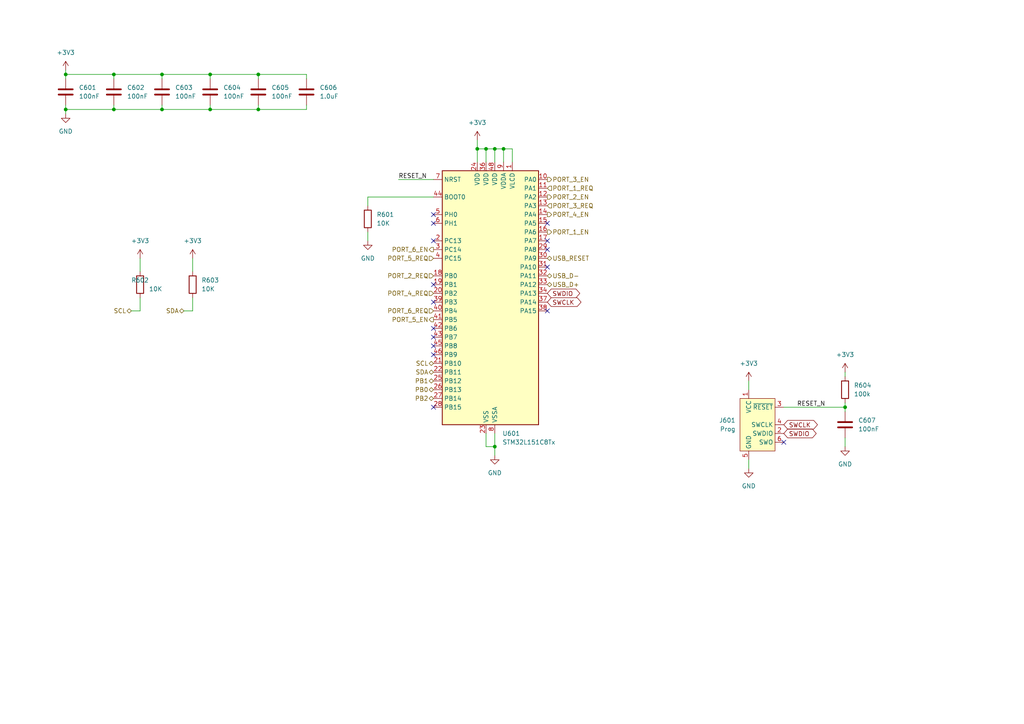
<source format=kicad_sch>
(kicad_sch (version 20230121) (generator eeschema)
  (paper "A4")
  (title_block (title "Switchable USB Hub") (date "${date}") (rev "${version}") (company "Fabian Pflug"))
  (lib_symbols
    (symbol "Connector:Conn_ARM_SWD_TagConnect_TC2030-NL" (in_bom no)
      (property "Reference" "J" (at 2.54 11.43 0))
      (property "Value" "Conn_ARM_SWD_TagConnect_TC2030-NL" (at 2.54 8.89 0))
      (symbol "Conn_ARM_SWD_TagConnect_TC2030-NL_0_0"
        (pin power_in line (at -2.54 10.16 270) (length 2.54) (name "VCC") (number "1"))
        (pin bidirectional line (at 7.62 -2.54 180) (length 2.54) (name "SWDIO") (number "2"))
        (pin open_collector line (at 7.62 5.08 180) (length 2.54) (name "~{RESET}") (number "3"))
        (pin output line (at 7.62 0 180) (length 2.54) (name "SWCLK") (number "4"))
        (pin power_in line (at -2.54 -10.16 90) (length 2.54) (name "GND") (number "5"))
        (pin input line (at 7.62 -5.08 180) (length 2.54) (name "SWO") (number "6"))
      )
      (symbol "Conn_ARM_SWD_TagConnect_TC2030-NL_0_1"
        (rectangle (start -5.08 7.62) (end 5.08 -7.62) (fill (type background)))
      )
    )
    (symbol "Device:C" (pin_numbers hide) (pin_names (offset 0.254))
      (property "Reference" "C" (at 0.635 2.54 0))
      (property "Value" "C" (at 0.635 -2.54 0))
      (symbol "C_0_1"
        (polyline (pts (xy -2.032 -0.762) (xy 2.032 -0.762)) (stroke (width 0.508)))
        (polyline (pts (xy -2.032 0.762) (xy 2.032 0.762)) (stroke (width 0.508)))
      )
      (symbol "C_1_1"
        (pin passive line (at 0 3.81 270) (length 2.794) (name "~") (number "1"))
        (pin passive line (at 0 -3.81 90) (length 2.794) (name "~") (number "2"))
      )
    )
    (symbol "Device:R" (pin_numbers hide) (pin_names (offset 0))
      (property "Reference" "R" (at 2.032 0 90))
      (property "Value" "R" (at 0 0 90))
      (symbol "R_0_1"
        (rectangle (start -1.016 -2.54) (end 1.016 2.54) (stroke (width 0.254)))
      )
      (symbol "R_1_1"
        (pin passive line (at 0 3.81 270) (length 1.27) (name "~") (number "1"))
        (pin passive line (at 0 -3.81 90) (length 1.27) (name "~") (number "2"))
      )
    )
    (symbol "MCU_ST_STM32L1:STM32L151C8Tx"
      (property "Reference" "U" (at -12.7 39.37 0))
      (property "Value" "STM32L151C8Tx" (at 10.16 39.37 0))
      (symbol "STM32L151C8Tx_0_1"
        (rectangle (start -12.7 -35.56) (end 15.24 38.1) (stroke (width 0.254)) (fill (type background)))
      )
      (symbol "STM32L151C8Tx_1_1"
        (pin power_in line (at 7.62 40.64 270) (length 2.54) (name "VLCD") (number "1"))
        (pin bidirectional line (at 17.78 35.56 180) (length 2.54) (name "PA0") (number "10"))
        (pin bidirectional line (at 17.78 33.02 180) (length 2.54) (name "PA1") (number "11"))
        (pin bidirectional line (at 17.78 30.48 180) (length 2.54) (name "PA2") (number "12"))
        (pin bidirectional line (at 17.78 27.94 180) (length 2.54) (name "PA3") (number "13"))
        (pin bidirectional line (at 17.78 25.4 180) (length 2.54) (name "PA4") (number "14"))
        (pin bidirectional line (at 17.78 22.86 180) (length 2.54) (name "PA5") (number "15"))
        (pin bidirectional line (at 17.78 20.32 180) (length 2.54) (name "PA6") (number "16"))
        (pin bidirectional line (at 17.78 17.78 180) (length 2.54) (name "PA7") (number "17"))
        (pin bidirectional line (at -15.24 7.62 0) (length 2.54) (name "PB0") (number "18"))
        (pin bidirectional line (at -15.24 5.08 0) (length 2.54) (name "PB1") (number "19"))
        (pin bidirectional line (at -15.24 17.78 0) (length 2.54) (name "PC13") (number "2"))
        (pin bidirectional line (at -15.24 2.54 0) (length 2.54) (name "PB2") (number "20"))
        (pin bidirectional line (at -15.24 -17.78 0) (length 2.54) (name "PB10") (number "21"))
        (pin bidirectional line (at -15.24 -20.32 0) (length 2.54) (name "PB11") (number "22"))
        (pin power_in line (at 0 -38.1 90) (length 2.54) (name "VSS") (number "23"))
        (pin power_in line (at -2.54 40.64 270) (length 2.54) (name "VDD") (number "24"))
        (pin bidirectional line (at -15.24 -22.86 0) (length 2.54) (name "PB12") (number "25"))
        (pin bidirectional line (at -15.24 -25.4 0) (length 2.54) (name "PB13") (number "26"))
        (pin bidirectional line (at -15.24 -27.94 0) (length 2.54) (name "PB14") (number "27"))
        (pin bidirectional line (at -15.24 -30.48 0) (length 2.54) (name "PB15") (number "28"))
        (pin bidirectional line (at 17.78 15.24 180) (length 2.54) (name "PA8") (number "29"))
        (pin bidirectional line (at -15.24 15.24 0) (length 2.54) (name "PC14") (number "3"))
        (pin bidirectional line (at 17.78 12.7 180) (length 2.54) (name "PA9") (number "30"))
        (pin bidirectional line (at 17.78 10.16 180) (length 2.54) (name "PA10") (number "31"))
        (pin bidirectional line (at 17.78 7.62 180) (length 2.54) (name "PA11") (number "32"))
        (pin bidirectional line (at 17.78 5.08 180) (length 2.54) (name "PA12") (number "33"))
        (pin bidirectional line (at 17.78 2.54 180) (length 2.54) (name "PA13") (number "34"))
        (pin passive line (at 0 -38.1 90) (length 2.54) hide (name "VSS") (number "35"))
        (pin power_in line (at 0 40.64 270) (length 2.54) (name "VDD") (number "36"))
        (pin bidirectional line (at 17.78 0 180) (length 2.54) (name "PA14") (number "37"))
        (pin bidirectional line (at 17.78 -2.54 180) (length 2.54) (name "PA15") (number "38"))
        (pin bidirectional line (at -15.24 0 0) (length 2.54) (name "PB3") (number "39"))
        (pin bidirectional line (at -15.24 12.7 0) (length 2.54) (name "PC15") (number "4"))
        (pin bidirectional line (at -15.24 -2.54 0) (length 2.54) (name "PB4") (number "40"))
        (pin bidirectional line (at -15.24 -5.08 0) (length 2.54) (name "PB5") (number "41"))
        (pin bidirectional line (at -15.24 -7.62 0) (length 2.54) (name "PB6") (number "42"))
        (pin bidirectional line (at -15.24 -10.16 0) (length 2.54) (name "PB7") (number "43"))
        (pin input line (at -15.24 30.48 0) (length 2.54) (name "BOOT0") (number "44"))
        (pin bidirectional line (at -15.24 -12.7 0) (length 2.54) (name "PB8") (number "45"))
        (pin bidirectional line (at -15.24 -15.24 0) (length 2.54) (name "PB9") (number "46"))
        (pin passive line (at 0 -38.1 90) (length 2.54) hide (name "VSS") (number "47"))
        (pin power_in line (at 2.54 40.64 270) (length 2.54) (name "VDD") (number "48"))
        (pin bidirectional line (at -15.24 25.4 0) (length 2.54) (name "PH0") (number "5"))
        (pin bidirectional line (at -15.24 22.86 0) (length 2.54) (name "PH1") (number "6"))
        (pin input line (at -15.24 35.56 0) (length 2.54) (name "NRST") (number "7"))
        (pin power_in line (at 2.54 -38.1 90) (length 2.54) (name "VSSA") (number "8"))
        (pin power_in line (at 5.08 40.64 270) (length 2.54) (name "VDDA") (number "9"))
      )
    )
    (symbol "power:+3V3" (power) (pin_names (offset 0))
      (property "Value" "+3V3" (at 0 3.556 0))
      (symbol "+3V3_0_1"
        (polyline (pts (xy -0.762 1.27) (xy 0 2.54)))
        (polyline (pts (xy 0 0) (xy 0 2.54)))
        (polyline (pts (xy 0 2.54) (xy 0.762 1.27)))
      )
      (symbol "+3V3_1_1"
        (pin power_in line (at 0 0 90) (length 0) hide (name "+3V3") (number "1"))
      )
    )
    (symbol "power:GND" (power) (pin_names (offset 0))
      (property "Value" "GND" (at 0 -3.81 0))
      (symbol "GND_0_1"
        (polyline (pts (xy 0 0) (xy 0 -1.27) (xy 1.27 -1.27) (xy 0 -2.54) (xy -1.27 -1.27) (xy 0 -1.27)))
      )
      (symbol "GND_1_1"
        (pin power_in line (at 0 0 270) (length 0) hide (name "GND") (number "1"))
      )
    )
  )
  (junction (at 138.43 43.18))
  (junction (at 146.05 43.18))
  (junction (at 74.93 21.59))
  (junction (at 46.99 31.75))
  (junction (at 74.93 31.75))
  (junction (at 33.02 21.59))
  (junction (at 143.51 129.54))
  (junction (at 19.05 21.59))
  (junction (at 140.97 43.18))
  (junction (at 60.96 21.59))
  (junction (at 143.51 43.18))
  (junction (at 46.99 21.59))
  (junction (at 245.11 118.11))
  (junction (at 33.02 31.75))
  (junction (at 19.05 31.75))
  (junction (at 60.96 31.75))
  (no_connect (at 125.73 95.25))
  (no_connect (at 125.73 102.87))
  (no_connect (at 158.75 64.77))
  (no_connect (at 125.73 64.77))
  (no_connect (at 125.73 62.23))
  (no_connect (at 125.73 82.55))
  (no_connect (at 125.73 87.63))
  (no_connect (at 125.73 97.79))
  (no_connect (at 125.73 69.85))
  (no_connect (at 158.75 69.85))
  (no_connect (at 227.33 128.27))
  (no_connect (at 125.73 118.11))
  (no_connect (at 158.75 77.47))
  (no_connect (at 125.73 100.33))
  (no_connect (at 158.75 90.17))
  (no_connect (at 158.75 72.39))
  (wire (pts (xy 74.93 22.86) (xy 74.93 21.59)))
  (wire (pts (xy 140.97 43.18) (xy 138.43 43.18)))
  (wire (pts (xy 55.88 74.93) (xy 55.88 78.74)))
  (wire (pts (xy 60.96 21.59) (xy 46.99 21.59)))
  (wire (pts (xy 88.9 22.86) (xy 88.9 21.59)))
  (wire (pts (xy 19.05 21.59) (xy 19.05 22.86)))
  (wire (pts (xy 148.59 46.99) (xy 148.59 43.18)))
  (wire (pts (xy 217.17 133.35) (xy 217.17 135.89)))
  (wire (pts (xy 88.9 30.48) (xy 88.9 31.75)))
  (wire (pts (xy 33.02 30.48) (xy 33.02 31.75)))
  (wire (pts (xy 245.11 118.11) (xy 245.11 119.38)))
  (wire (pts (xy 46.99 22.86) (xy 46.99 21.59)))
  (wire (pts (xy 40.64 74.93) (xy 40.64 78.74)))
  (wire (pts (xy 217.17 110.49) (xy 217.17 113.03)))
  (wire (pts (xy 40.64 90.17) (xy 38.1 90.17)))
  (wire (pts (xy 33.02 22.86) (xy 33.02 21.59)))
  (wire (pts (xy 33.02 21.59) (xy 19.05 21.59)))
  (wire (pts (xy 19.05 30.48) (xy 19.05 31.75)))
  (wire (pts (xy 60.96 22.86) (xy 60.96 21.59)))
  (wire (pts (xy 146.05 43.18) (xy 143.51 43.18)))
  (wire (pts (xy 74.93 30.48) (xy 74.93 31.75)))
  (wire (pts (xy 140.97 125.73) (xy 140.97 129.54)))
  (wire (pts (xy 138.43 43.18) (xy 138.43 46.99)))
  (wire (pts (xy 245.11 107.95) (xy 245.11 109.22)))
  (wire (pts (xy 143.51 129.54) (xy 143.51 132.08)))
  (wire (pts (xy 106.68 57.15) (xy 106.68 59.69)))
  (wire (pts (xy 74.93 31.75) (xy 60.96 31.75)))
  (wire (pts (xy 143.51 46.99) (xy 143.51 43.18)))
  (wire (pts (xy 146.05 46.99) (xy 146.05 43.18)))
  (wire (pts (xy 140.97 46.99) (xy 140.97 43.18)))
  (wire (pts (xy 245.11 116.84) (xy 245.11 118.11)))
  (wire (pts (xy 55.88 86.36) (xy 55.88 90.17)))
  (wire (pts (xy 60.96 31.75) (xy 46.99 31.75)))
  (wire (pts (xy 46.99 31.75) (xy 33.02 31.75)))
  (wire (pts (xy 227.33 118.11) (xy 245.11 118.11)))
  (wire (pts (xy 33.02 21.59) (xy 46.99 21.59)))
  (wire (pts (xy 143.51 125.73) (xy 143.51 129.54)))
  (wire (pts (xy 88.9 31.75) (xy 74.93 31.75)))
  (wire (pts (xy 88.9 21.59) (xy 74.93 21.59)))
  (wire (pts (xy 148.59 43.18) (xy 146.05 43.18)))
  (wire (pts (xy 19.05 20.32) (xy 19.05 21.59)))
  (wire (pts (xy 46.99 30.48) (xy 46.99 31.75)))
  (wire (pts (xy 245.11 127) (xy 245.11 129.54)))
  (wire (pts (xy 115.57 52.07) (xy 125.73 52.07)))
  (wire (pts (xy 106.68 67.31) (xy 106.68 69.85)))
  (wire (pts (xy 125.73 57.15) (xy 106.68 57.15)))
  (wire (pts (xy 19.05 31.75) (xy 19.05 33.02)))
  (wire (pts (xy 143.51 43.18) (xy 140.97 43.18)))
  (wire (pts (xy 140.97 129.54) (xy 143.51 129.54)))
  (wire (pts (xy 138.43 40.64) (xy 138.43 43.18)))
  (wire (pts (xy 60.96 30.48) (xy 60.96 31.75)))
  (wire (pts (xy 40.64 86.36) (xy 40.64 90.17)))
  (wire (pts (xy 33.02 31.75) (xy 19.05 31.75)))
  (wire (pts (xy 55.88 90.17) (xy 53.34 90.17)))
  (wire (pts (xy 74.93 21.59) (xy 60.96 21.59)))
  (label "RESET_N" (at 115.57 52.07 0))
  (label "RESET_N" (at 231.14 118.11 0))
  (global_label "SWDIO" (shape bidirectional) (at 158.75 85.09 0) (property "Intersheetrefs" "${INTERSHEET_REFS}" (effects hide)))
  (global_label "SWCLK" (shape bidirectional) (at 227.33 123.19 0) (property "Intersheetrefs" "${INTERSHEET_REFS}" (effects hide)))
  (global_label "SWCLK" (shape bidirectional) (at 158.75 87.63 0) (property "Intersheetrefs" "${INTERSHEET_REFS}" (effects hide)))
  (global_label "SWDIO" (shape bidirectional) (at 227.33 125.73 0) (property "Intersheetrefs" "${INTERSHEET_REFS}" (effects hide)))
  (hierarchical_label "SDA" (shape bidirectional) (at 125.73 107.95 180))
  (hierarchical_label "PB2" (shape bidirectional) (at 125.73 115.57 180))
  (hierarchical_label "PORT_6_REQ" (shape input) (at 125.73 90.17 180))
  (hierarchical_label "PORT_4_REQ" (shape input) (at 125.73 85.09 180))
  (hierarchical_label "PORT_5_EN" (shape output) (at 125.73 92.71 180))
  (hierarchical_label "SDA" (shape bidirectional) (at 53.34 90.17 180))
  (hierarchical_label "PORT_3_REQ" (shape input) (at 158.75 59.69 0))
  (hierarchical_label "USB_D+" (shape bidirectional) (at 158.75 82.55 0))
  (hierarchical_label "PORT_1_REQ" (shape input) (at 158.75 54.61 0))
  (hierarchical_label "PORT_5_REQ" (shape input) (at 125.73 74.93 180))
  (hierarchical_label "PB1" (shape bidirectional) (at 125.73 110.49 180))
  (hierarchical_label "SCL" (shape bidirectional) (at 38.1 90.17 180))
  (hierarchical_label "PORT_3_EN" (shape output) (at 158.75 52.07 0))
  (hierarchical_label "PB0" (shape bidirectional) (at 125.73 113.03 180))
  (hierarchical_label "SCL" (shape bidirectional) (at 125.73 105.41 180))
  (hierarchical_label "USB_D-" (shape bidirectional) (at 158.75 80.01 0))
  (hierarchical_label "PORT_2_REQ" (shape input) (at 125.73 80.01 180))
  (hierarchical_label "PORT_6_EN" (shape output) (at 125.73 72.39 180))
  (hierarchical_label "USB_RESET" (shape bidirectional) (at 158.75 74.93 0))
  (hierarchical_label "PORT_2_EN" (shape output) (at 158.75 57.15 0))
  (hierarchical_label "PORT_4_EN" (shape output) (at 158.75 62.23 0))
  (hierarchical_label "PORT_1_EN" (shape output) (at 158.75 67.31 0))
  (symbol (lib_id "power:+3V3") (at 19.05 20.32 0) (unit 1)
    (property "Reference" "#PWR0601" (effects hide))
    (property "Value" "+3V3" (at 19.05 15.24 0))
  )
  (symbol (lib_id "Device:C") (at 88.9 26.67 0) (unit 1)
    (property "Reference" "C606" (at 92.71 25.4 0) (effects (justify left)))
    (property "Value" "1.0uF" (at 92.71 27.94 0) (effects (justify left)))
    (property "Footprint" "Capacitor_SMD:C_0603_1608Metric" (effects hide))
    (property "LCSC#" "C15849" (effects hide))
  )
  (symbol (lib_id "Device:R") (at 40.64 82.55 0) (unit 1)
    (property "Reference" "R602" (at 43.18 81.28 0) (effects (justify right)))
    (property "Value" "10K" (at 43.18 83.82 0) (effects (justify left)))
    (property "Footprint" "Resistor_SMD:R_0402_1005Metric" (effects hide))
    (property "LCSC#" "C25744" (effects hide))
    (property "MPN" "10k" (effects hide))
  )
  (symbol (lib_id "power:+3V3") (at 245.11 107.95 0) (unit 1)
    (property "Reference" "#PWR0607" (effects hide))
    (property "Value" "+3V3" (at 245.11 102.87 0))
  )
  (symbol (lib_id "power:+3V3") (at 55.88 74.93 0) (unit 1)
    (property "Reference" "#PWR0606" (effects hide))
    (property "Value" "+3V3" (at 55.88 69.85 0))
  )
  (symbol (lib_id "power:GND") (at 217.17 135.89 0) (unit 1)
    (property "Reference" "#PWR0611" (effects hide))
    (property "Value" "GND" (at 217.17 140.97 0))
  )
  (symbol (lib_id "Device:C") (at 74.93 26.67 0) (unit 1)
    (property "Reference" "C605" (at 78.74 25.4 0) (effects (justify left)))
    (property "Value" "100nF" (at 78.74 27.94 0) (effects (justify left)))
    (property "Footprint" "Capacitor_SMD:C_0402_1005Metric" (effects hide))
    (property "LCSC#" "C307331" (effects hide))
  )
  (symbol (lib_id "power:GND") (at 106.68 69.85 0) (unit 1)
    (property "Reference" "#PWR0604" (effects hide))
    (property "Value" "GND" (at 106.68 74.93 0))
  )
  (symbol (lib_id "Device:C") (at 33.02 26.67 0) (unit 1)
    (property "Reference" "C602" (at 36.83 25.4 0) (effects (justify left)))
    (property "Value" "100nF" (at 36.83 27.94 0) (effects (justify left)))
    (property "Footprint" "Capacitor_SMD:C_0402_1005Metric" (effects hide))
    (property "LCSC#" "C307331" (effects hide))
  )
  (symbol (lib_id "Device:C") (at 46.99 26.67 0) (unit 1)
    (property "Reference" "C603" (at 50.8 25.4 0) (effects (justify left)))
    (property "Value" "100nF" (at 50.8 27.94 0) (effects (justify left)))
    (property "Footprint" "Capacitor_SMD:C_0402_1005Metric" (effects hide))
    (property "LCSC#" "C307331" (effects hide))
  )
  (symbol (lib_id "power:GND") (at 19.05 33.02 0) (unit 1)
    (property "Reference" "#PWR0602" (effects hide))
    (property "Value" "GND" (at 19.05 38.1 0))
  )
  (symbol (lib_id "power:GND") (at 245.11 129.54 0) (unit 1)
    (property "Reference" "#PWR0609" (effects hide))
    (property "Value" "GND" (at 245.11 134.62 0))
  )
  (symbol (lib_id "MCU_ST_STM32L1:STM32L151C8Tx") (at 140.97 87.63 0) (unit 1)
    (property "Reference" "U601" (at 145.7041 125.73 0) (effects (justify left)))
    (property "Value" "STM32L151C8Tx" (at 145.7041 128.27 0) (effects (justify left)))
    (property "Footprint" "Package_QFP:LQFP-48_7x7mm_P0.5mm" (effects hide))
    (property "Datasheet" "https://www.st.com/resource/en/datasheet/stm32l151c8.pdf" (effects hide))
    (property "LCSC#" "C9861" (effects hide))
    (property "MPN" "STM32L151C8T6" (effects hide))
  )
  (symbol (lib_id "power:+3V3") (at 138.43 40.64 0) (unit 1)
    (property "Reference" "#PWR0603" (effects hide))
    (property "Value" "+3V3" (at 138.43 35.56 0))
  )
  (symbol (lib_id "power:+3V3") (at 40.64 74.93 0) (unit 1)
    (property "Reference" "#PWR0605" (effects hide))
    (property "Value" "+3V3" (at 40.64 69.85 0))
  )
  (symbol (lib_id "Device:C") (at 19.05 26.67 0) (unit 1)
    (property "Reference" "C601" (at 22.86 25.4 0) (effects (justify left)))
    (property "Value" "100nF" (at 22.86 27.94 0) (effects (justify left)))
    (property "Footprint" "Capacitor_SMD:C_0402_1005Metric" (effects hide))
    (property "LCSC#" "C307331" (effects hide))
  )
  (symbol (lib_id "power:+3V3") (at 217.17 110.49 0) (unit 1)
    (property "Reference" "#PWR0608" (effects hide))
    (property "Value" "+3V3" (at 217.17 105.41 0))
  )
  (symbol (lib_id "Device:C") (at 60.96 26.67 0) (unit 1)
    (property "Reference" "C604" (at 64.77 25.4 0) (effects (justify left)))
    (property "Value" "100nF" (at 64.77 27.94 0) (effects (justify left)))
    (property "Footprint" "Capacitor_SMD:C_0402_1005Metric" (effects hide))
    (property "LCSC#" "C307331" (effects hide))
  )
  (symbol (lib_id "Device:R") (at 245.11 113.03 0) (unit 1)
    (property "Reference" "R604" (at 247.65 111.76 0) (effects (justify left)))
    (property "Value" "100k" (at 247.65 114.3 0) (effects (justify left)))
    (property "Footprint" "Resistor_SMD:R_0402_1005Metric" (effects hide))
    (property "LCSC#" "C25741" (effects hide))
    (property "MPN" "100K" (effects hide))
  )
  (symbol (lib_id "Connector:Conn_ARM_SWD_TagConnect_TC2030-NL") (at 219.71 123.19 0) (unit 1) (in_bom no)
    (property "Reference" "J601" (at 213.36 121.92 0) (effects (justify right)))
    (property "Value" "Prog" (at 213.36 124.46 0) (effects (justify right)))
    (property "Footprint" "Connector:Tag-Connect_TC2030-IDC-NL_2x03_P1.27mm_Vertical" (effects hide))
    (property "Datasheet" "https://www.tag-connect.com/wp-content/uploads/bsk-pdf-manager/TC2030-CTX_1.pdf" (effects hide))
    (property "LCSC#" "-" (effects hide))
  )
  (symbol (lib_id "Device:R") (at 55.88 82.55 0) (unit 1)
    (property "Reference" "R603" (at 58.42 81.28 0) (effects (justify left)))
    (property "Value" "10K" (at 58.42 83.82 0) (effects (justify left)))
    (property "Footprint" "Resistor_SMD:R_0402_1005Metric" (effects hide))
    (property "LCSC#" "C25744" (effects hide))
    (property "MPN" "10k" (effects hide))
  )
  (symbol (lib_id "Device:R") (at 106.68 63.5 0) (unit 1)
    (property "Reference" "R601" (at 109.22 62.23 0) (effects (justify left)))
    (property "Value" "10K" (at 109.22 64.77 0) (effects (justify left)))
    (property "Footprint" "Resistor_SMD:R_0402_1005Metric" (effects hide))
    (property "LCSC#" "C25744" (effects hide))
    (property "MPN" "10k" (effects hide))
  )
  (symbol (lib_id "Device:C") (at 245.11 123.19 0) (unit 1)
    (property "Reference" "C607" (at 248.92 121.92 0) (effects (justify left)))
    (property "Value" "100nF" (at 248.92 124.46 0) (effects (justify left)))
    (property "Footprint" "Capacitor_SMD:C_0402_1005Metric" (effects hide))
    (property "LCSC#" "C307331" (effects hide))
  )
  (symbol (lib_id "power:GND") (at 143.51 132.08 0) (unit 1)
    (property "Reference" "#PWR0610" (effects hide))
    (property "Value" "GND" (at 143.51 137.16 0))
  )
)
</source>
